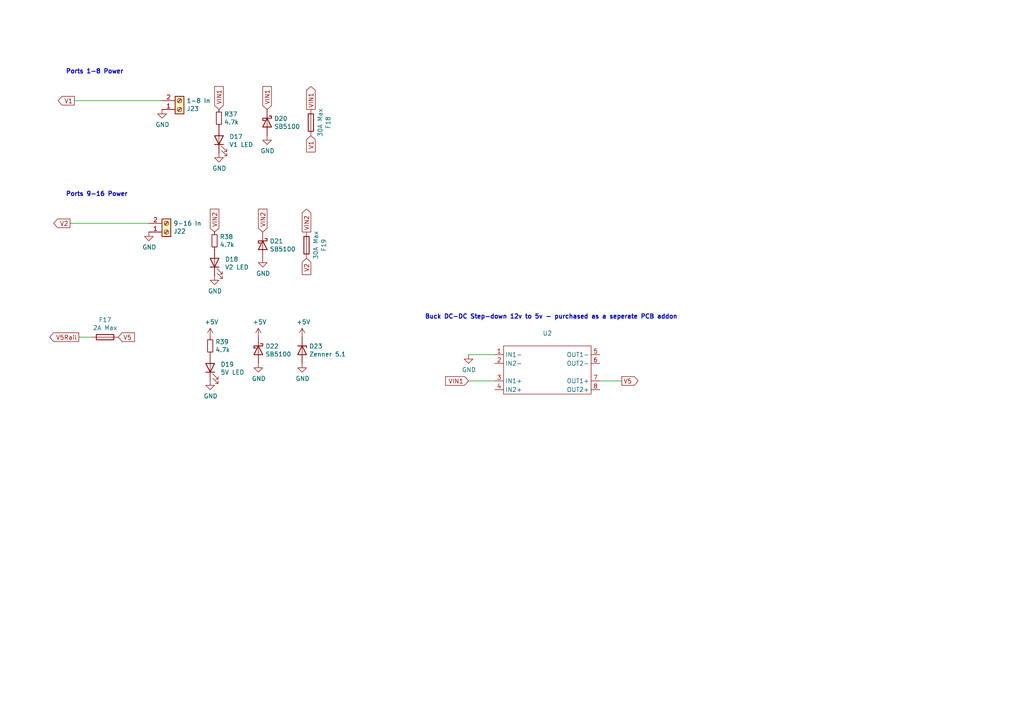
<source format=kicad_sch>
(kicad_sch (version 20211123) (generator eeschema)
  (paper "A4")
  (title_block (title "The Owl - RPI Cape 16ch Pixel Controller") (company "OnlineDynamic"))
  (lib_symbols
    (symbol "Connector:Screw_Terminal_01x02" (pin_names (offset 1.016) hide)
      (property "Reference" "J" (at 0 2.54 0))
      (property "Value" "Screw_Terminal_01x02" (at 0 -5.08 0))
      (symbol "Screw_Terminal_01x02_1_1"
        (rectangle (start -1.27 1.27) (end 1.27 -3.81) (stroke (width 0.254)) (fill (type background)))
        (circle (center 0 -2.54) (radius 0.635) (stroke (width 0.1524)))
        (polyline (pts (xy -0.5334 -2.2098) (xy 0.3302 -3.048)) (stroke (width 0.1524)))
        (polyline (pts (xy -0.5334 0.3302) (xy 0.3302 -0.508)) (stroke (width 0.1524)))
        (polyline (pts (xy -0.3556 -2.032) (xy 0.508 -2.8702)) (stroke (width 0.1524)))
        (polyline (pts (xy -0.3556 0.508) (xy 0.508 -0.3302)) (stroke (width 0.1524)))
        (circle (center 0 0) (radius 0.635) (stroke (width 0.1524)))
        (pin passive line (at -5.08 0 0) (length 3.81) (name "Pin_1") (number "1"))
        (pin passive line (at -5.08 -2.54 0) (length 3.81) (name "Pin_2") (number "2"))
      )
    )
    (symbol "Device:D_Schottky" (pin_numbers hide) (pin_names (offset 1.016) hide)
      (property "Reference" "D" (at 0 2.54 0))
      (property "Value" "D_Schottky" (at 0 -2.54 0))
      (symbol "D_Schottky_0_1"
        (polyline (pts (xy 1.27 0) (xy -1.27 0)))
        (polyline (pts (xy 1.27 1.27) (xy 1.27 -1.27) (xy -1.27 0) (xy 1.27 1.27)) (stroke (width 0.254)))
        (polyline (pts (xy -1.905 0.635) (xy -1.905 1.27) (xy -1.27 1.27) (xy -1.27 -1.27) (xy -0.635 -1.27) (xy -0.635 -0.635)) (stroke (width 0.254)))
      )
      (symbol "D_Schottky_1_1"
        (pin passive line (at -3.81 0 0) (length 2.54) (name "K") (number "1"))
        (pin passive line (at 3.81 0 180) (length 2.54) (name "A") (number "2"))
      )
    )
    (symbol "Device:D_Zener" (pin_numbers hide) (pin_names (offset 1.016) hide)
      (property "Reference" "D" (at 0 2.54 0))
      (property "Value" "D_Zener" (at 0 -2.54 0))
      (symbol "D_Zener_0_1"
        (polyline (pts (xy 1.27 0) (xy -1.27 0)))
        (polyline (pts (xy -1.27 -1.27) (xy -1.27 1.27) (xy -0.762 1.27)) (stroke (width 0.254)))
        (polyline (pts (xy 1.27 -1.27) (xy 1.27 1.27) (xy -1.27 0) (xy 1.27 -1.27)) (stroke (width 0.254)))
      )
      (symbol "D_Zener_1_1"
        (pin passive line (at -3.81 0 0) (length 2.54) (name "K") (number "1"))
        (pin passive line (at 3.81 0 180) (length 2.54) (name "A") (number "2"))
      )
    )
    (symbol "Device:Fuse" (pin_numbers hide) (pin_names (offset 0))
      (property "Reference" "F" (at 2.032 0 90))
      (property "Value" "Fuse" (at -1.905 0 90))
      (symbol "Fuse_0_1"
        (rectangle (start -0.762 -2.54) (end 0.762 2.54) (stroke (width 0.254)))
        (polyline (pts (xy 0 2.54) (xy 0 -2.54)))
      )
      (symbol "Fuse_1_1"
        (pin passive line (at 0 3.81 270) (length 1.27) (name "~") (number "1"))
        (pin passive line (at 0 -3.81 90) (length 1.27) (name "~") (number "2"))
      )
    )
    (symbol "Device:LED" (pin_numbers hide) (pin_names (offset 1.016) hide)
      (property "Reference" "D" (at 0 2.54 0))
      (property "Value" "LED" (at 0 -2.54 0))
      (symbol "LED_0_1"
        (polyline (pts (xy -1.27 -1.27) (xy -1.27 1.27)) (stroke (width 0.254)))
        (polyline (pts (xy -1.27 0) (xy 1.27 0)))
        (polyline (pts (xy 1.27 -1.27) (xy 1.27 1.27) (xy -1.27 0) (xy 1.27 -1.27)) (stroke (width 0.254)))
        (polyline (pts (xy -3.048 -0.762) (xy -4.572 -2.286) (xy -3.81 -2.286) (xy -4.572 -2.286) (xy -4.572 -1.524)))
        (polyline (pts (xy -1.778 -0.762) (xy -3.302 -2.286) (xy -2.54 -2.286) (xy -3.302 -2.286) (xy -3.302 -1.524)))
      )
      (symbol "LED_1_1"
        (pin passive line (at -3.81 0 0) (length 2.54) (name "K") (number "1"))
        (pin passive line (at 3.81 0 180) (length 2.54) (name "A") (number "2"))
      )
    )
    (symbol "Device:R_Small" (pin_numbers hide) (pin_names (offset 0.254) hide)
      (property "Reference" "R" (at 0.762 0.508 0))
      (property "Value" "R_Small" (at 0.762 -1.016 0))
      (symbol "R_Small_0_1"
        (rectangle (start -0.762 1.778) (end 0.762 -1.778) (stroke (width 0.2032)))
      )
      (symbol "R_Small_1_1"
        (pin passive line (at 0 2.54 270) (length 0.762) (name "~") (number "1"))
        (pin passive line (at 0 -2.54 90) (length 0.762) (name "~") (number "2"))
      )
    )
    (symbol "Stuarts_BESPOKE:D-SUN_MP1584_BUCK"
      (property "Reference" "U" (at 0 2.54 0))
      (property "Value" "D-SUN_MP1584_BUCK" (at 0 5.08 0))
      (symbol "D-SUN_MP1584_BUCK_0_1"
        (rectangle (start -12.7 1.27) (end 12.7 -12.7) (stroke (width 0.1524)))
      )
      (symbol "D-SUN_MP1584_BUCK_1_1"
        (pin power_in line (at -15.24 -1.27 0) (length 2.54) (name "IN1-") (number "1"))
        (pin power_in line (at -15.24 -3.81 0) (length 2.54) (name "IN2-") (number "2"))
        (pin power_in line (at -15.24 -8.89 0) (length 2.54) (name "IN1+") (number "3"))
        (pin power_in line (at -15.24 -11.43 0) (length 2.54) (name "IN2+") (number "4"))
        (pin power_out line (at 15.24 -1.27 180) (length 2.54) (name "OUT1-") (number "5"))
        (pin power_out line (at 15.24 -3.81 180) (length 2.54) (name "OUT2-") (number "6"))
        (pin power_out line (at 15.24 -8.89 180) (length 2.54) (name "OUT1+") (number "7"))
        (pin power_out line (at 15.24 -11.43 180) (length 2.54) (name "OUT2+") (number "8"))
      )
    )
    (symbol "power:+5V" (power) (pin_names (offset 0))
      (property "Value" "+5V" (at 0 3.556 0))
      (symbol "+5V_0_1"
        (polyline (pts (xy -0.762 1.27) (xy 0 2.54)))
        (polyline (pts (xy 0 0) (xy 0 2.54)))
        (polyline (pts (xy 0 2.54) (xy 0.762 1.27)))
      )
      (symbol "+5V_1_1"
        (pin power_in line (at 0 0 90) (length 0) hide (name "+5V") (number "1"))
      )
    )
    (symbol "power:GND" (power) (pin_names (offset 0))
      (property "Value" "GND" (at 0 -3.81 0))
      (symbol "GND_0_1"
        (polyline (pts (xy 0 0) (xy 0 -1.27) (xy 1.27 -1.27) (xy 0 -2.54) (xy -1.27 -1.27) (xy 0 -1.27)))
      )
      (symbol "GND_1_1"
        (pin power_in line (at 0 0 270) (length 0) hide (name "GND") (number "1"))
      )
    )
  )
  (wire (pts (xy 173.99 110.49) (xy 180.34 110.49)))
  (wire (pts (xy 135.89 110.49) (xy 143.51 110.49)))
  (wire (pts (xy 21.59 29.21) (xy 46.99 29.21)))
  (wire (pts (xy 20.32 64.77) (xy 43.18 64.77)))
  (wire (pts (xy 135.89 102.87) (xy 143.51 102.87)))
  (wire (pts (xy 22.86 97.79) (xy 26.67 97.79)))
  (text "Ports 9-16 Power" (at 19.05 57.15 0) (effects (font (size 1.27 1.27) (thickness 0.254) bold) (justify left bottom)))
  (text "Buck DC-DC Step-down 12v to 5v - purchased as a seperate PCB addon" (at 123.19 92.71 0) (effects (font (size 1.27 1.27) (thickness 0.254) bold) (justify left bottom)))
  (text "Ports 1-8 Power" (at 19.05 21.59 0) (effects (font (size 1.27 1.27) (thickness 0.254) bold) (justify left bottom)))
  (global_label "V5" (shape output) (at 180.34 110.49 0) (property "Intersheet References" "${INTERSHEET_REFS}" (effects hide)))
  (global_label "V5Rail" (shape output) (at 22.86 97.79 180) (property "Intersheet References" "${INTERSHEET_REFS}" (effects hide)))
  (global_label "VIN2" (shape input) (at 76.2 67.31 90) (property "Intersheet References" "${INTERSHEET_REFS}" (effects hide)))
  (global_label "VIN1" (shape output) (at 90.17 31.75 90) (property "Intersheet References" "${INTERSHEET_REFS}" (effects hide)))
  (global_label "VIN2" (shape output) (at 88.9 67.31 90) (property "Intersheet References" "${INTERSHEET_REFS}" (effects hide)))
  (global_label "VIN1" (shape input) (at 63.5 31.75 90) (property "Intersheet References" "${INTERSHEET_REFS}" (effects hide)))
  (global_label "VIN1" (shape input) (at 77.47 31.75 90) (property "Intersheet References" "${INTERSHEET_REFS}" (effects hide)))
  (global_label "V1" (shape output) (at 21.59 29.21 180) (property "Intersheet References" "${INTERSHEET_REFS}" (effects hide)))
  (global_label "VIN1" (shape input) (at 135.89 110.49 180) (property "Intersheet References" "${INTERSHEET_REFS}" (effects hide)))
  (global_label "V1" (shape input) (at 90.17 39.37 270) (property "Intersheet References" "${INTERSHEET_REFS}" (effects hide)))
  (global_label "V2" (shape output) (at 20.32 64.77 180) (property "Intersheet References" "${INTERSHEET_REFS}" (effects hide)))
  (global_label "V5" (shape input) (at 34.29 97.79 0) (property "Intersheet References" "${INTERSHEET_REFS}" (effects hide)))
  (global_label "V2" (shape input) (at 88.9 74.93 270) (property "Intersheet References" "${INTERSHEET_REFS}" (effects hide)))
  (global_label "VIN2" (shape input) (at 62.23 67.31 90) (property "Intersheet References" "${INTERSHEET_REFS}" (effects hide)))
  (symbol (lib_id "Connector:Screw_Terminal_01x02") (at 52.07 31.75 0) (mirror x) (unit 1)
    (property "Reference" "J23" (at 54.102 31.5468 0) (effects (justify left)))
    (property "Value" "1-8 In" (at 54.102 29.2354 0) (effects (justify left)))
    (property "Footprint" "TerminalBlock_MetzConnect:TerminalBlock_MetzConnect_Type703_RT10N02HGLU_1x02_P9.52mm_Horizontal" (effects hide))
  )
  (symbol (lib_id "Connector:Screw_Terminal_01x02") (at 48.26 67.31 0) (mirror x) (unit 1)
    (property "Reference" "J22" (at 50.292 67.1068 0) (effects (justify left)))
    (property "Value" "9-16 In" (at 50.292 64.7954 0) (effects (justify left)))
    (property "Footprint" "TerminalBlock_MetzConnect:TerminalBlock_MetzConnect_Type703_RT10N02HGLU_1x02_P9.52mm_Horizontal" (effects hide))
  )
  (symbol (lib_id "power:GND") (at 46.99 31.75 0) (unit 1)
    (property "Reference" "#PWR061" (effects hide))
    (property "Value" "GND" (at 47.117 36.1442 0))
  )
  (symbol (lib_id "power:GND") (at 43.18 67.31 0) (unit 1)
    (property "Reference" "#PWR060" (effects hide))
    (property "Value" "GND" (at 43.307 71.7042 0))
  )
  (symbol (lib_id "power:GND") (at 63.5 44.45 0) (unit 1)
    (property "Reference" "#PWR062" (effects hide))
    (property "Value" "GND" (at 63.627 48.8442 0))
  )
  (symbol (lib_id "power:GND") (at 62.23 80.01 0) (unit 1)
    (property "Reference" "#PWR063" (effects hide))
    (property "Value" "GND" (at 62.357 84.4042 0))
  )
  (symbol (lib_id "power:GND") (at 60.96 110.49 0) (unit 1)
    (property "Reference" "#PWR065" (effects hide))
    (property "Value" "GND" (at 61.087 114.8842 0))
  )
  (symbol (lib_id "power:+5V") (at 60.96 97.79 0) (unit 1)
    (property "Reference" "#PWR064" (effects hide))
    (property "Value" "+5V" (at 61.341 93.3958 0))
  )
  (symbol (lib_id "Device:LED") (at 63.5 40.64 90) (unit 1)
    (property "Reference" "D17" (at 66.4972 39.6494 90) (effects (justify right)))
    (property "Value" "V1 LED" (at 66.4972 41.9608 90) (effects (justify right)))
    (property "Footprint" "LED_SMD:LED_0603_1608Metric" (effects hide))
    (property "Datasheet" "Everlight-Elec-19-217-GHC-YR1S2-3T_C72043.pdf" (effects hide))
    (property "Description" "C72043" (effects hide))
  )
  (symbol (lib_id "Device:LED") (at 62.23 76.2 90) (unit 1)
    (property "Reference" "D18" (at 65.2272 75.2094 90) (effects (justify right)))
    (property "Value" "V2 LED" (at 65.2272 77.5208 90) (effects (justify right)))
    (property "Footprint" "LED_SMD:LED_0603_1608Metric" (effects hide))
    (property "Datasheet" "Everlight-Elec-19-217-GHC-YR1S2-3T_C72043.pdf" (effects hide))
    (property "Description" "C72043" (effects hide))
  )
  (symbol (lib_id "Device:LED") (at 60.96 106.68 90) (unit 1)
    (property "Reference" "D19" (at 63.9572 105.6894 90) (effects (justify right)))
    (property "Value" "5V LED" (at 63.9572 108.0008 90) (effects (justify right)))
    (property "Footprint" "LED_SMD:LED_0603_1608Metric" (effects hide))
    (property "Datasheet" "Everlight-Elec-19-217-GHC-YR1S2-3T_C72043.pdf" (effects hide))
    (property "Description" "C72043" (effects hide))
  )
  (symbol (lib_id "Device:R_Small") (at 63.5 34.29 0) (unit 1)
    (property "Reference" "R37" (at 64.9986 33.1216 0) (effects (justify left)))
    (property "Value" "4.7k" (at 64.9986 35.433 0) (effects (justify left)))
    (property "Footprint" "Resistor_SMD:R_0805_2012Metric" (effects hide))
    (property "Datasheet" "https://datasheet.lcsc.com/szlcsc/Uniroyal-Elec-0805W8F2201T5E_C17520.pdf" (effects hide))
    (property "Description" "C17673" (effects hide))
  )
  (symbol (lib_id "Device:R_Small") (at 62.23 69.85 0) (unit 1)
    (property "Reference" "R38" (at 63.7286 68.6816 0) (effects (justify left)))
    (property "Value" "4.7k" (at 63.7286 70.993 0) (effects (justify left)))
    (property "Footprint" "Resistor_SMD:R_0805_2012Metric" (effects hide))
    (property "Datasheet" "https://datasheet.lcsc.com/szlcsc/Uniroyal-Elec-0805W8F2201T5E_C17520.pdf" (effects hide))
    (property "Description" "C17673" (effects hide))
  )
  (symbol (lib_id "Device:R_Small") (at 60.96 100.33 0) (unit 1)
    (property "Reference" "R39" (at 62.4586 99.1616 0) (effects (justify left)))
    (property "Value" "4.7k" (at 62.4586 101.473 0) (effects (justify left)))
    (property "Footprint" "Resistor_SMD:R_0805_2012Metric" (effects hide))
    (property "Datasheet" "https://datasheet.lcsc.com/szlcsc/Uniroyal-Elec-0805W8F2201T5E_C17520.pdf" (effects hide))
    (property "Description" "C17673" (effects hide))
  )
  (symbol (lib_id "power:GND") (at 77.47 39.37 0) (unit 1)
    (property "Reference" "#PWR066" (effects hide))
    (property "Value" "GND" (at 77.597 43.7642 0))
  )
  (symbol (lib_id "power:GND") (at 76.2 74.93 0) (unit 1)
    (property "Reference" "#PWR067" (effects hide))
    (property "Value" "GND" (at 76.327 79.3242 0))
  )
  (symbol (lib_id "Device:D_Schottky") (at 77.47 35.56 270) (unit 1)
    (property "Reference" "D20" (at 79.502 34.3916 90) (effects (justify left)))
    (property "Value" "SB5100" (at 79.502 36.703 90) (effects (justify left)))
    (property "Footprint" "Diode_THT:D_DO-201AD_P12.70mm_Horizontal" (effects hide))
  )
  (symbol (lib_id "Device:D_Schottky") (at 76.2 71.12 270) (unit 1)
    (property "Reference" "D21" (at 78.232 69.9516 90) (effects (justify left)))
    (property "Value" "SB5100" (at 78.232 72.263 90) (effects (justify left)))
    (property "Footprint" "Diode_THT:D_DO-201AD_P12.70mm_Horizontal" (effects hide))
  )
  (symbol (lib_id "power:GND") (at 87.63 105.41 0) (unit 1)
    (property "Reference" "#PWR071" (effects hide))
    (property "Value" "GND" (at 87.757 109.8042 0))
  )
  (symbol (lib_id "power:+5V") (at 87.63 97.79 0) (unit 1)
    (property "Reference" "#PWR070" (effects hide))
    (property "Value" "+5V" (at 88.011 93.3958 0))
  )
  (symbol (lib_id "Device:D_Zener") (at 87.63 101.6 270) (unit 1)
    (property "Reference" "D23" (at 89.662 100.4316 90) (effects (justify left)))
    (property "Value" "Zenner 5.1" (at 89.662 102.743 90) (effects (justify left)))
    (property "Footprint" "Diode_THT:D_5W_P10.16mm_Horizontal" (effects hide))
  )
  (symbol (lib_id "power:GND") (at 74.93 105.41 0) (unit 1)
    (property "Reference" "#PWR069" (effects hide))
    (property "Value" "GND" (at 75.057 109.8042 0))
  )
  (symbol (lib_id "Device:D_Schottky") (at 74.93 101.6 270) (unit 1)
    (property "Reference" "D22" (at 76.962 100.4316 90) (effects (justify left)))
    (property "Value" "SB5100" (at 76.962 102.743 90) (effects (justify left)))
    (property "Footprint" "Diode_THT:D_DO-201AD_P12.70mm_Horizontal" (effects hide))
  )
  (symbol (lib_id "power:+5V") (at 74.93 97.79 0) (unit 1)
    (property "Reference" "#PWR068" (effects hide))
    (property "Value" "+5V" (at 75.311 93.3958 0))
  )
  (symbol (lib_id "Device:Fuse") (at 30.48 97.79 270) (unit 1)
    (property "Reference" "F17" (at 30.48 92.7862 90))
    (property "Value" "2A Max" (at 30.48 95.0976 90))
    (property "Footprint" "Fuse:Fuseholder_Blade_Mini_Keystone_3568" (effects hide))
  )
  (symbol (lib_id "power:GND") (at 135.89 102.87 0) (unit 1)
    (property "Reference" "#PWR072" (effects hide))
    (property "Value" "GND" (at 136.017 107.2642 0))
  )
  (symbol (lib_id "Device:Fuse") (at 90.17 35.56 180) (unit 1)
    (property "Reference" "F18" (at 95.1738 35.56 90))
    (property "Value" "30A Max" (at 92.8624 35.56 90))
    (property "Footprint" "Fuse:Fuseholder_Blade_Mini_Keystone_3568" (effects hide))
  )
  (symbol (lib_id "Device:Fuse") (at 88.9 71.12 180) (unit 1)
    (property "Reference" "F19" (at 93.9038 71.12 90))
    (property "Value" "30A Max" (at 91.5924 71.12 90))
    (property "Footprint" "Fuse:Fuseholder_Blade_Mini_Keystone_3568" (effects hide))
  )
  (symbol (lib_id "Stuarts_BESPOKE:D-SUN_MP1584_BUCK") (at 158.75 101.6 0) (unit 1)
    (property "Reference" "U2" (at 158.75 96.681 0))
    (property "Footprint" "Stuart_BESPOKE:D-SUN_MP1584_BUCK" (effects hide))
  )
)
</source>
